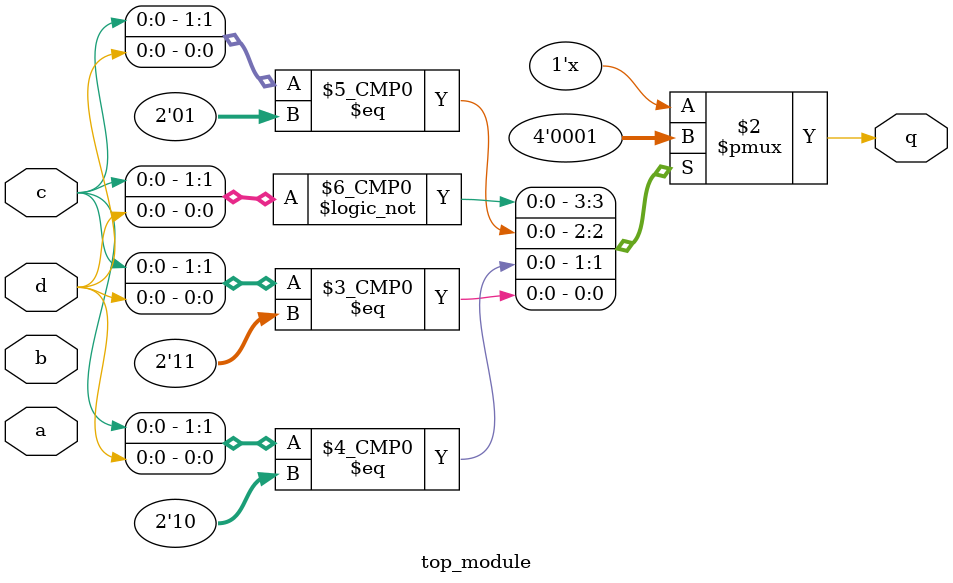
<source format=sv>
module top_module (
    input wire a,
    input wire b,
    input wire c,
    input wire d,
    output reg q
);

    always @(*)
    begin
        case ({c, d})
            2'b00: q = 1'b0;
            2'b01: q = 1'b0;
            2'b10: q = 1'b0;
            2'b11: q = 1'b1;
        endcase
    end

endmodule

</source>
